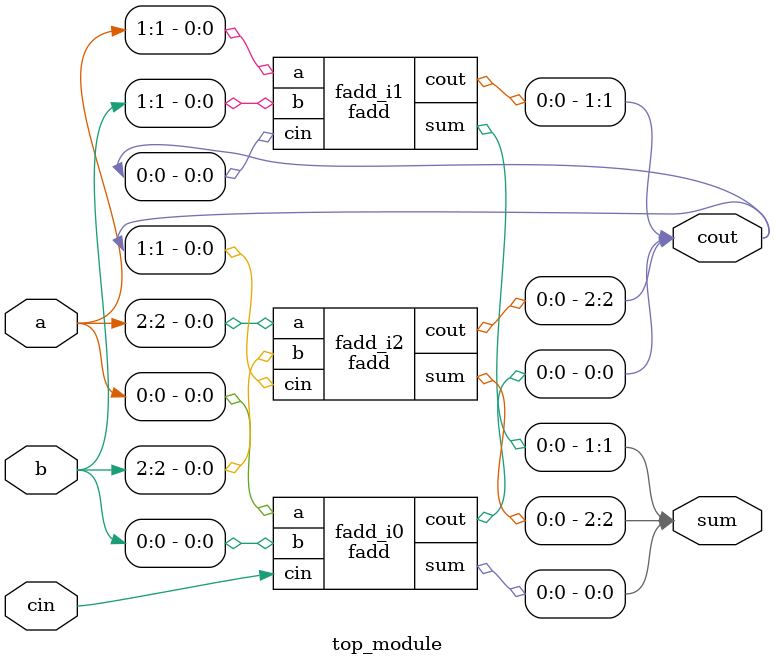
<source format=v>

`default_nettype none

module fadd (
    input   a,
    input   b,
    input   cin,
    output  cout,
    output  sum
);

    assign {cout, sum} = a + b + cin;

endmodule

module top_module (
    input   [2:0]   a,
    input   [2:0]   b,
    input           cin,
    output  [2:0]   cout,
    output  [2:0]   sum
);

    fadd fadd_i0 (
        .a      ( a[0]      ),
        .b      ( b[0]      ),
        .cin    ( cin       ),
        .cout   ( cout[0]   ),
        .sum    ( sum[0]    )
    );

    fadd fadd_i1 (
        .a      ( a[1]      ),
        .b      ( b[1]      ),
        .cin    ( cout[0]   ),
        .cout   ( cout[1]   ),
        .sum    ( sum[1]    )
    );

    fadd fadd_i2 (
        .a      ( a[2]      ),
        .b      ( b[2]      ),
        .cin    ( cout[1]   ),
        .cout   ( cout[2]   ),
        .sum    ( sum[2]    )
    );

endmodule
</source>
